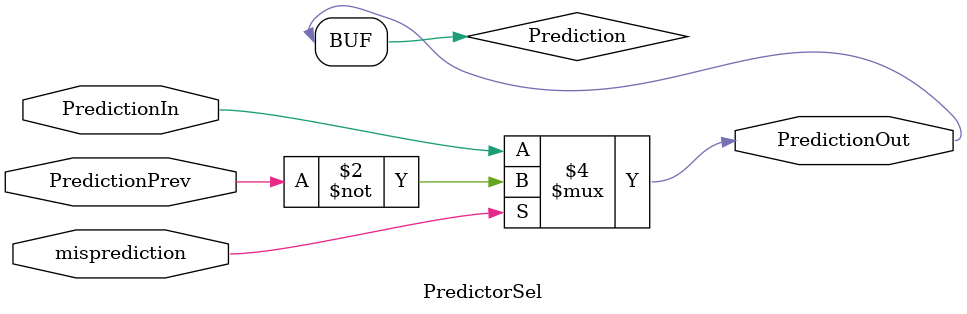
<source format=v>
`timescale 1ns / 1ps


module PredictorSel(
    input PredictionIn,
    input PredictionPrev,
    input misprediction,
    output PredictionOut
    );
    reg Prediction;
    always@(*)begin
        if (misprediction ) Prediction <=~PredictionPrev ;
        else Prediction <=PredictionIn ;
    end 
    assign PredictionOut =Prediction ;
endmodule

</source>
